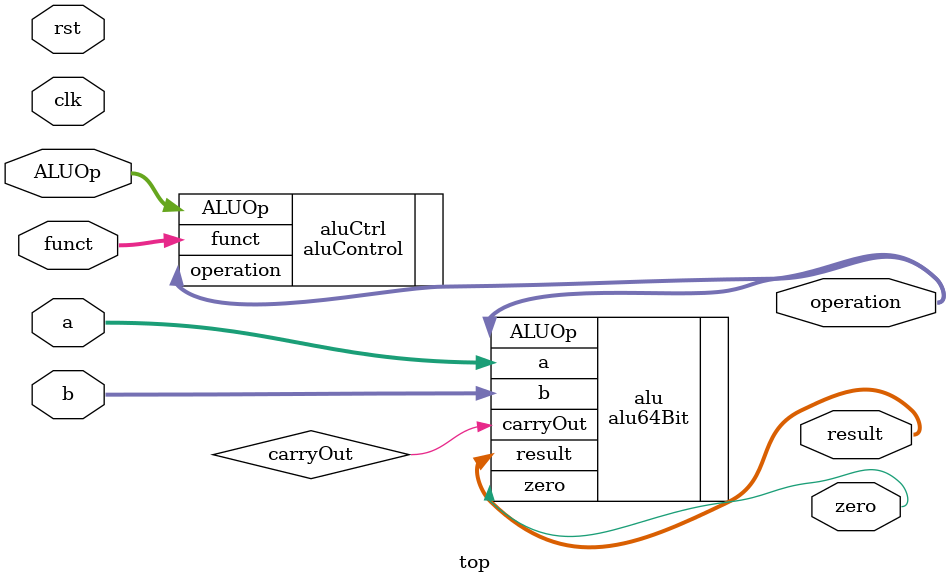
<source format=v>
`timescale 1ns / 1ps

module top(
    input clk,
    input rst,
    input [63:0] a, b,
    input [3:0] funct,
    input [1:0] ALUOp,
    output zero,
    output [3:0] operation,
    output [63:0] result
    );
    
    wire carryOut;
    
    aluControl aluCtrl(.ALUOp(ALUOp), .funct(funct), .operation(operation));
    alu64Bit alu(.a(a), .b(b), .ALUOp(operation), .result(result), .zero(zero), .carryOut(carryOut));
endmodule

</source>
